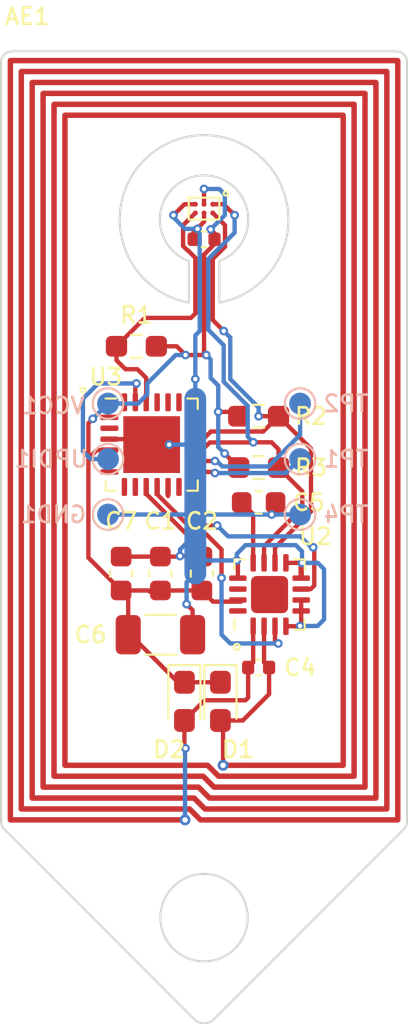
<source format=kicad_pcb>
(kicad_pcb (version 20211014) (generator pcbnew)
  (layers (0 "F.Cu" signal) (31 "B.Cu" signal) (34 "B.Paste" user) (35 "F.Paste" user) (36 "B.SilkS" user "B.Silkscreen") (37 "F.SilkS" user "F.Silkscreen") (38 "B.Mask" user) (39 "F.Mask" user) (44 "Edge.Cuts" user))
  (net 0 "")
  (net 1 "GND")
  (net 2 "ANT2")
  (net 3 "ANT1")
  (net 4 "SCL")
  (net 5 "SDA")
  (net 6 "RF430_RST")
  (net 7 "RF430_INT")
  (net 8 "unconnected-(U3-Pad11)")
  (net 12 "RST")
  (net 13 "RX")
  (net 15 "UPDI")
  (net 23 "TX")
  (net 24 "ALERT")
  (net 26 "Net-(C5-Pad1)")
  (net 27 "VCC")
  (footprint "Capacitor_SMD:C_0603_1608Metric" (layer "F.Cu") (at 132 52.15)
    (fp_text reference "C5" (at 2.3 0 unlocked) (layer "F.SilkS") (effects (font (size 0.75 0.75) (thickness 0.125))))
    (fp_text value "0.47 yF")
    (fp_line (start -0.14058 0.51) (end 0.14058 0.51) (layer "F.SilkS") (width 0.1))
    (fp_line (start -0.14058 -0.51) (end 0.14058 -0.51) (layer "F.SilkS") (width 0.1))
    (pad "1" smd roundrect (at -0.775 0) (size 0.9 0.95) (layers "F.Cu" "F.Paste" "F.Mask") (net 26 "Net-(C5-Pad1)"))
    (pad "2" smd roundrect (at 0.775 0) (size 0.9 0.95) (layers "F.Cu" "F.Paste" "F.Mask") (net 1 "GND"))
  )
  (footprint "Capacitor_SMD:C_1206_3216Metric" (layer "F.Cu") (at 127.5 58.2)
    (fp_text reference "C6" (at -3.2 0 unlocked) (layer "F.SilkS") (effects (font (size 0.75 0.75) (thickness 0.125))))
    (fp_text value "100uF")
    (fp_line (start -0.711252 -0.91) (end 0.711252 -0.91) (layer "F.SilkS") (width 0.1))
    (fp_line (start -0.711252 0.91) (end 0.711252 0.91) (layer "F.SilkS") (width 0.1))
    (pad "1" smd roundrect (at -1.475 0) (size 1.15 1.8) (layers "F.Cu" "F.Paste" "F.Mask") (roundrect_rratio 0.217391) (net 27 "VCC"))
    (pad "2" smd roundrect (at 1.475 0) (size 1.15 1.8) (layers "F.Cu" "F.Paste" "F.Mask") (roundrect_rratio 0.217391) (net 1 "GND"))
  )
  (footprint "Capacitor_SMD:C_0603_1608Metric" (layer "F.Cu") (at 127.5 55.4 90)
    (fp_text reference "C1" (at 2.4 0 unlocked) (layer "F.SilkS") (effects (font (size 0.75 0.75) (thickness 0.125))))
    (fp_text value "1 yF")
    (fp_line (start -0.14058 -0.51) (end 0.14058 -0.51) (layer "F.SilkS") (width 0.1))
    (fp_line (start -0.14058 0.51) (end 0.14058 0.51) (layer "F.SilkS") (width 0.1))
    (pad "1" smd roundrect (at -0.775 0 90) (size 0.9 0.95) (layers "F.Cu" "F.Paste" "F.Mask") (net 27 "VCC"))
    (pad "2" smd roundrect (at 0.775 0 90) (size 0.9 0.95) (layers "F.Cu" "F.Paste" "F.Mask") (net 1 "GND"))
  )
  (footprint "Capacitor_SMD:C_0603_1608Metric" (layer "F.Cu") (at 129.4 55.4 90)
    (fp_text reference "C2" (at 2.4 0 unlocked) (layer "F.SilkS") (effects (font (size 0.75 0.75) (thickness 0.125))))
    (fp_text value "0.1 yF")
    (fp_line (start -0.14058 -0.51) (end 0.14058 -0.51) (layer "F.SilkS") (width 0.1))
    (fp_line (start -0.14058 0.51) (end 0.14058 0.51) (layer "F.SilkS") (width 0.1))
    (pad "1" smd roundrect (at -0.775 0 90) (size 0.9 0.95) (layers "F.Cu" "F.Paste" "F.Mask") (net 27 "VCC"))
    (pad "2" smd roundrect (at 0.775 0 90) (size 0.9 0.95) (layers "F.Cu" "F.Paste" "F.Mask") (net 1 "GND"))
  )
  (footprint "unsurv_offline_pcb_footprints:35_18_1_9nH" (layer "F.Cu") (at 120.5 31.8)
    (fp_text reference "AE1" (at 0.9 -1.9) (layer "F.SilkS") (effects (font (size 0.75 0.75) (thickness 0.125))))
    (fp_text value "Antenna_Dipole")
    (pad "1" smd custom (at 8.12868 34.875) (size 0.25 0.25) (layers "F.Cu") (net 3 "ANT1") (options (clearance outline) (anchor circle)) (primitives (gr_line (start 0 0) (end -8.00368 0) (width 0.25)) (gr_line (start -8.00368 0) (end -8.00368 -34.75) (width 0.25)) (gr_line (start -8.00368 -34.75) (end 9.74632 -34.75) (width 0.25)) (gr_line (start 9.74632 -34.75) (end 9.74632 0) (width 0.25)) (gr_line (start 9.74632 0) (end 0.707107 0) (width 0.25)) (gr_line (start 0.707107 0) (end 0.207107 -0.5) (width 0.25)) (gr_line (start 0.207107 -0.5) (end -7.50368 -0.5) (width 0.25)) (gr_line (start -7.50368 -0.5) (end -7.50368 -34.25) (width 0.25)) (gr_line (start -7.50368 -34.25) (end 9.24632 -34.25) (width 0.25)) (gr_line (start 9.24632 -34.25) (end 9.24632 -0.5) (width 0.25)) (gr_line (start 9.24632 -0.5) (end 0.914214 -0.5) (width 0.25)) (gr_line (start 0.914214 -0.5) (end 0.414214 -1) (width 0.25)) (gr_line (start 0.414214 -1) (end -7.00368 -1) (width 0.25)) (gr_line (start -7.00368 -1) (end -7.00368 -33.75) (width 0.25)) (gr_line (start -7.00368 -33.75) (end 8.74632 -33.75) (width 0.25)) (gr_line (start 8.74632 -33.75) (end 8.74632 -1) (width 0.25)) (gr_line (start 8.74632 -1) (end 1.12132 -1) (width 0.25)) (gr_line (start 1.12132 -1) (end 0.62132 -1.5) (width 0.25)) (gr_line (start 0.62132 -1.5) (end -6.50368 -1.5) (width 0.25)) (gr_line (start -6.50368 -1.5) (end -6.50368 -33.25) (width 0.25)) (gr_line (start -6.50368 -33.25) (end 8.24632 -33.25) (width 0.25)) (gr_line (start 8.24632 -33.25) (end 8.24632 -1.5) (width 0.25)) (gr_line (start 8.24632 -1.5) (end 1.328427 -1.5) (width 0.25)) (gr_line (start 1.328427 -1.5) (end 0.828427 -2) (width 0.25)) (gr_line (start 0.828427 -2) (end -6.00368 -2) (width 0.25)) (gr_line (start -6.00368 -2) (end -6.00368 -32.75) (width 0.25)) (gr_line (start -6.00368 -32.75) (end 7.74632 -32.75) (width 0.25)) (gr_line (start 7.74632 -32.75) (end 7.74632 -2) (width 0.25)) (gr_line (start 7.74632 -2) (end 1.535534 -2) (width 0.25)) (gr_line (start 1.535534 -2) (end 1.035534 -2.5) (width 0.25)) (gr_line (start 1.035534 -2.5) (end -5.50368 -2.5) (width 0.25)) (gr_line (start -5.50368 -2.5) (end -5.50368 -32.25) (width 0.25)) (gr_line (start -5.50368 -32.25) (end 7.24632 -32.25) (width 0.25)) (gr_line (start 7.24632 -32.25) (end 7.24632 -2.5) (width 0.25))))
    (pad "1" thru_hole circle (at 8.12868 34.875) (size 0.5 0.5) (drill 0.25) (layers *.Cu *.Mask) (net 3 "ANT1"))
    (pad "2" smd custom (at 9.87132 32.375) (size 0.25 0.25) (layers "F.Cu") (net 2 "ANT2") (options (clearance outline) (anchor circle)) (primitives (gr_line (start 0 0) (end 5.50368 0) (width 0.25))))
    (pad "2" thru_hole circle (at 9.87132 32.375) (size 0.5 0.5) (drill 0.25) (layers *.Cu *.Mask) (net 2 "ANT2"))
  )
  (footprint "unsurv_offline_pcb_footprints:RF430_3x3mm_noBCu" (layer "F.Cu") (at 132.5 56.36179 90)
    (fp_text reference "U2" (at 2.66179 2.1 unlocked) (layer "F.SilkS") (effects (font (size 0.75 0.75) (thickness 0.125))))
    (fp_text value "RF430CL330HIRGTR‎")
    (fp_line (start 1.61 -1.61) (end 1.61 -1.135) (layer "F.SilkS") (width 0.1))
    (fp_line (start -1.61 1.61) (end -1.61 1.135) (layer "F.SilkS") (width 0.1))
    (fp_line (start -1.135 1.61) (end -1.61 1.61) (layer "F.SilkS") (width 0.1))
    (fp_line (start 1.61 1.61) (end 1.61 1.135) (layer "F.SilkS") (width 0.1))
    (fp_line (start -1.135 -1.61) (end -1.61 -1.61) (layer "F.SilkS") (width 0.1))
    (fp_line (start 1.135 -1.61) (end 1.61 -1.61) (layer "F.SilkS") (width 0.1))
    (fp_line (start 1.135 1.61) (end 1.61 1.61) (layer "F.SilkS") (width 0.1))
    (fp_circle (center -2.4 -1.5) (end -2.5 -1.4) (layer "F.SilkS") (width 0.1) (fill none))
    (pad "1" smd roundrect (at -1.45 -0.75 90) (size 0.8 0.25) (layers "F.Cu" "F.Paste" "F.Mask") (net 3 "ANT1"))
    (pad "2" smd roundrect (at -1.45 -0.25 90) (size 0.8 0.25) (layers "F.Cu" "F.Paste" "F.Mask") (net 2 "ANT2"))
    (pad "3" smd roundrect (at -1.45 0.25 90) (size 0.8 0.25) (layers "F.Cu" "F.Paste" "F.Mask") (net 6 "RF430_RST"))
    (pad "4" smd roundrect (at -1.45 0.75 90) (size 0.8 0.25) (layers "F.Cu" "F.Paste" "F.Mask") (net 1 "GND"))
    (pad "5" smd roundrect (at -0.75 1.45 90) (size 0.25 0.8) (layers "F.Cu" "F.Paste" "F.Mask") (net 1 "GND"))
    (pad "6" smd roundrect (at -0.25 1.45 90) (size 0.25 0.8) (layers "F.Cu" "F.Paste" "F.Mask") (net 1 "GND"))
    (pad "7" smd roundrect (at 0.25 1.45 90) (size 0.25 0.8) (layers "F.Cu" "F.Paste" "F.Mask") (net 7 "RF430_INT"))
    (pad "8" smd roundrect (at 0.75 1.45 90) (size 0.25 0.8) (layers "F.Cu" "F.Paste" "F.Mask") (net 1 "GND"))
    (pad "9" smd roundrect (at 1.45 0.75 90) (size 0.8 0.25) (layers "F.Cu" "F.Paste" "F.Mask") (net 1 "GND"))
    (pad "10" smd roundrect (at 1.45 0.25 90) (size 0.8 0.25) (layers "F.Cu" "F.Paste" "F.Mask") (net 4 "SCL"))
    (pad "11" smd roundrect (at 1.45 -0.25 90) (size 0.8 0.25) (layers "F.Cu" "F.Paste" "F.Mask") (net 5 "SDA"))
    (pad "12" smd roundrect (at 1.45 -0.75 90) (size 0.8 0.25) (layers "F.Cu" "F.Paste" "F.Mask") (net 26 "Net-(C5-Pad1)"))
    (pad "13" smd roundrect (at 0.75 -1.45 90) (size 0.25 0.8) (layers "F.Cu" "F.Paste" "F.Mask") (net 1 "GND"))
    (pad "14" smd roundrect (at 0.25 -1.45 90) (size 0.25 0.8) (layers "F.Cu" "F.Paste" "F.Mask"))
    (pad "15" smd roundrect (at -0.25 -1.45 90) (size 0.25 0.8) (layers "F.Cu" "F.Paste" "F.Mask") (net 27 "VCC"))
    (pad "16" smd roundrect (at -0.75 -1.45 90) (size 0.25 0.8) (layers "F.Cu" "F.Paste" "F.Mask"))
    (pad "17" smd roundrect (at 0 0 90) (size 1.7 1.7) (layers "F.Cu" "F.Mask") (roundrect_rratio 0.147059))
  )
  (footprint "unsurv_offline_pcb_footprints:TMP117" (layer "F.Cu") (at 129.5 38.7 -90)
    (fp_text reference "U1" hide)
    (fp_text value "TMP112AIDRLT")
    (fp_rect (start -0.5 -0.7) (end 0.5 0.7) (layer "F.SilkS") (width 0.1) (fill none))
    (fp_circle (center -0.7 -1) (end -0.7 -1.1) (layer "F.SilkS") (width 0.1) (fill none))
    (pad "1" smd circle (at 0.2 -0.4 270) (size 0.23 0.23) (layers "F.Cu" "F.Paste" "F.Mask") (net 4 "SCL"))
    (pad "2" smd circle (at 0.2 0 270) (size 0.23 0.23) (layers "F.Cu" "F.Paste" "F.Mask") (net 1 "GND"))
    (pad "3" smd circle (at 0.2 0.4 270) (size 0.23 0.23) (layers "F.Cu" "F.Paste" "F.Mask") (net 24 "ALERT"))
    (pad "4" smd circle (at -0.2 0.4 270) (size 0.23 0.23) (layers "F.Cu" "F.Paste" "F.Mask") (net 1 "GND"))
    (pad "5" smd circle (at -0.2 0 270) (size 0.23 0.23) (layers "F.Cu" "F.Paste" "F.Mask") (net 27 "VCC"))
    (pad "6" smd circle (at -0.2 -0.4 270) (size 0.23 0.23) (layers "F.Cu" "F.Paste" "F.Mask") (net 5 "SDA"))
  )
  (footprint "Diode_SMD:D_0603_1608Metric_Pad1.05x0.95mm_HandSolder" (layer "F.Cu") (at 130.25 61.25 -90)
    (fp_text reference "D1" (at 2.2 -0.8 unlocked) (layer "F.SilkS") (effects (font (size 0.75 0.75) (thickness 0.125))))
    (fp_text value "D_Schottky")
    (fp_line (start -1.66 0.735) (end 0.8 0.735) (layer "F.SilkS") (width 0.1))
    (fp_line (start 0.8 -0.735) (end -1.66 -0.735) (layer "F.SilkS") (width 0.1))
    (fp_line (start -1.66 -0.735) (end -1.66 0.735) (layer "F.SilkS") (width 0.1))
    (pad "1" smd roundrect (at -0.875 0 270) (size 1.05 0.95) (layers "F.Cu" "F.Paste" "F.Mask") (net 27 "VCC"))
    (pad "2" smd roundrect (at 0.875 0 270) (size 1.05 0.95) (layers "F.Cu" "F.Paste" "F.Mask") (net 2 "ANT2"))
  )
  (footprint "Resistor_SMD:R_0603_1608Metric_Pad0.98x0.95mm_HandSolder" (layer "F.Cu") (at 132 48.2)
    (fp_text reference "R2" (at 2.4 0 unlocked) (layer "F.SilkS") (effects (font (size 0.75 0.75) (thickness 0.125))))
    (fp_text value "4.7k")
    (fp_line (start -0.254724 0.5225) (end 0.254724 0.5225) (layer "F.SilkS") (width 0.1))
    (fp_line (start -0.254724 -0.5225) (end 0.254724 -0.5225) (layer "F.SilkS") (width 0.1))
    (pad "1" smd roundrect (at -0.9125 0) (size 0.975 0.95) (layers "F.Cu" "F.Paste" "F.Mask") (net 27 "VCC"))
    (pad "2" smd roundrect (at 0.9125 0) (size 0.975 0.95) (layers "F.Cu" "F.Paste" "F.Mask") (net 4 "SCL"))
  )
  (footprint "Capacitor_SMD:C_0402_1005Metric" (layer "F.Cu") (at 129.5 40.1 180)
    (fp_text reference "C3" hide)
    (fp_text value "0.1 yF")
    (fp_line (start -0.107836 -0.36) (end 0.107836 -0.36) (layer "F.SilkS") (width 0.1))
    (fp_line (start -0.107836 0.36) (end 0.107836 0.36) (layer "F.SilkS") (width 0.1))
    (pad "1" smd roundrect (at -0.48 0 180) (size 0.56 0.62) (layers "F.Cu" "F.Paste" "F.Mask") (net 27 "VCC"))
    (pad "2" smd roundrect (at 0.48 0 180) (size 0.56 0.62) (layers "F.Cu" "F.Paste" "F.Mask") (net 1 "GND"))
  )
  (footprint "Resistor_SMD:R_0603_1608Metric_Pad0.98x0.95mm_HandSolder" (layer "F.Cu") (at 126.4 45)
    (fp_text reference "R1" (at 0 -1.43 unlocked) (layer "F.SilkS") (effects (font (size 0.75 0.75) (thickness 0.125))))
    (fp_text value "4.7k")
    (fp_line (start -0.254724 -0.5225) (end 0.254724 -0.5225) (layer "F.SilkS") (width 0.1))
    (fp_line (start -0.254724 0.5225) (end 0.254724 0.5225) (layer "F.SilkS") (width 0.1))
    (pad "1" smd roundrect (at -0.9125 0) (size 0.975 0.95) (layers "F.Cu" "F.Paste" "F.Mask") (net 24 "ALERT"))
    (pad "2" smd roundrect (at 0.9125 0) (size 0.975 0.95) (layers "F.Cu" "F.Paste" "F.Mask") (net 27 "VCC"))
  )
  (footprint "Capacitor_SMD:C_0603_1608Metric" (layer "F.Cu") (at 125.7 55.4 90)
    (fp_text reference "C7" (at 2.4 0 unlocked) (layer "F.SilkS") (effects (font (size 0.75 0.75) (thickness 0.125))))
    (fp_text value "0.1 yF")
    (fp_line (start -0.14058 0.51) (end 0.14058 0.51) (layer "F.SilkS") (width 0.1))
    (fp_line (start -0.14058 -0.51) (end 0.14058 -0.51) (layer "F.SilkS") (width 0.1))
    (pad "1" smd roundrect (at -0.775 0 90) (size 0.9 0.95) (layers "F.Cu" "F.Paste" "F.Mask") (net 27 "VCC"))
    (pad "2" smd roundrect (at 0.775 0 90) (size 0.9 0.95) (layers "F.Cu" "F.Paste" "F.Mask") (net 1 "GND"))
  )
  (footprint "Capacitor_SMD:C_0402_1005Metric" (layer "F.Cu") (at 132 59.7 180)
    (fp_text reference "C4" (at -1.9 0 unlocked) (layer "F.SilkS") (effects (font (size 0.75 0.75) (thickness 0.125))))
    (fp_text value "36pF")
    (fp_line (start -0.107836 0.36) (end 0.107836 0.36) (layer "F.SilkS") (width 0.1))
    (fp_line (start -0.107836 -0.36) (end 0.107836 -0.36) (layer "F.SilkS") (width 0.1))
    (pad "1" smd roundrect (at -0.48 0 180) (size 0.56 0.62) (layers "F.Cu" "F.Paste" "F.Mask") (net 2 "ANT2"))
    (pad "2" smd roundrect (at 0.48 0 180) (size 0.56 0.62) (layers "F.Cu" "F.Paste" "F.Mask") (net 3 "ANT1"))
  )
  (footprint "Resistor_SMD:R_0603_1608Metric_Pad0.98x0.95mm_HandSolder" (layer "F.Cu") (at 132 50.55)
    (fp_text reference "R3" (at 2.4 0 unlocked) (layer "F.SilkS") (effects (font (size 0.75 0.75) (thickness 0.125))))
    (fp_text value "4.7k")
    (fp_line (start -0.254724 0.5225) (end 0.254724 0.5225) (layer "F.SilkS") (width 0.1))
    (fp_line (start -0.254724 -0.5225) (end 0.254724 -0.5225) (layer "F.SilkS") (width 0.1))
    (pad "1" smd roundrect (at -0.9125 0) (size 0.975 0.95) (layers "F.Cu" "F.Paste" "F.Mask") (net 27 "VCC"))
    (pad "2" smd roundrect (at 0.9125 0) (size 0.975 0.95) (layers "F.Cu" "F.Paste" "F.Mask") (net 5 "SDA"))
  )
  (footprint "Package_DFN_QFN:QFN-24-1EP_4x4mm_P0.5mm_EP2.6x2.6mm" (layer "F.Cu") (at 127.1 49.5)
    (fp_text reference "U3" (at -2.1 -3.1 unlocked) (layer "F.SilkS") (effects (font (size 0.75 0.75) (thickness 0.125))))
    (fp_text value "ATtiny3227-M")
    (fp_line (start -1.635 2.11) (end -2.11 2.11) (layer "F.SilkS") (width 0.1))
    (fp_line (start 2.11 -2.11) (end 2.11 -1.635) (layer "F.SilkS") (width 0.1))
    (fp_line (start 2.11 2.11) (end 2.11 1.635) (layer "F.SilkS") (width 0.1))
    (fp_line (start -2.11 2.11) (end -2.11 1.635) (layer "F.SilkS") (width 0.1))
    (fp_line (start 1.635 -2.11) (end 2.11 -2.11) (layer "F.SilkS") (width 0.1))
    (fp_line (start -1.635 -2.11) (end -2.11 -2.11) (layer "F.SilkS") (width 0.1))
    (fp_line (start 1.635 2.11) (end 2.11 2.11) (layer "F.SilkS") (width 0.1))
    (pad "1" smd roundrect (at -1.9375 -1.25) (size 0.825 0.25) (layers "F.Cu" "F.Paste" "F.Mask"))
    (pad "2" smd roundrect (at -1.9375 -0.75) (size 0.825 0.25) (layers "F.Cu" "F.Paste" "F.Mask"))
    (pad "3" smd roundrect (at -1.9375 -0.25) (size 0.825 0.25) (layers "F.Cu" "F.Paste" "F.Mask") (net 1 "GND"))
    (pad "4" smd roundrect (at -1.9375 0.25) (size 0.825 0.25) (layers "F.Cu" "F.Paste" "F.Mask") (net 27 "VCC"))
    (pad "5" smd roundrect (at -1.9375 0.75) (size 0.825 0.25) (layers "F.Cu" "F.Paste" "F.Mask"))
    (pad "6" smd roundrect (at -1.9375 1.25) (size 0.825 0.25) (layers "F.Cu" "F.Paste" "F.Mask"))
    (pad "7" smd roundrect (at -1.25 1.9375) (size 0.25 0.825) (layers "F.Cu" "F.Paste" "F.Mask"))
    (pad "8" smd roundrect (at -0.75 1.9375) (size 0.25 0.825) (layers "F.Cu" "F.Paste" "F.Mask"))
    (pad "9" smd roundrect (at -0.25 1.9375) (size 0.25 0.825) (layers "F.Cu" "F.Paste" "F.Mask") (net 6 "RF430_RST"))
    (pad "10" smd roundrect (at 0.25 1.9375) (size 0.25 0.825) (layers "F.Cu" "F.Paste" "F.Mask") (net 7 "RF430_INT"))
    (pad "11" smd roundrect (at 0.75 1.9375) (size 0.25 0.825) (layers "F.Cu" "F.Paste" "F.Mask") (net 8 "unconnected-(U3-Pad11)"))
    (pad "12" smd roundrect (at 1.25 1.9375) (size 0.25 0.825) (layers "F.Cu" "F.Paste" "F.Mask") (net 12 "RST"))
    (pad "13" smd roundrect (at 1.9375 1.25) (size 0.825 0.25) (layers "F.Cu" "F.Paste" "F.Mask") (net 13 "RX"))
    (pad "14" smd roundrect (at 1.9375 0.75) (size 0.825 0.25) (layers "F.Cu" "F.Paste" "F.Mask") (net 23 "TX"))
    (pad "15" smd roundrect (at 1.9375 0.25) (size 0.825 0.25) (layers "F.Cu" "F.Paste" "F.Mask") (net 5 "SDA"))
    (pad "16" smd roundrect (at 1.9375 -0.25) (size 0.825 0.25) (layers "F.Cu" "F.Paste" "F.Mask") (net 4 "SCL"))
    (pad "17" smd roundrect (at 1.9375 -0.75) (size 0.825 0.25) (layers "F.Cu" "F.Paste" "F.Mask"))
    (pad "18" smd roundrect (at 1.9375 -1.25) (size 0.825 0.25) (layers "F.Cu" "F.Paste" "F.Mask"))
    (pad "19" smd roundrect (at 1.25 -1.9375) (size 0.25 0.825) (layers "F.Cu" "F.Paste" "F.Mask"))
    (pad "20" smd roundrect (at 0.75 -1.9375) (size 0.25 0.825) (layers "F.Cu" "F.Paste" "F.Mask"))
    (pad "21" smd roundrect (at 0.25 -1.9375) (size 0.25 0.825) (layers "F.Cu" "F.Paste" "F.Mask"))
    (pad "22" smd roundrect (at -0.25 -1.9375) (size 0.25 0.825) (layers "F.Cu" "F.Paste" "F.Mask") (net 24 "ALERT"))
    (pad "23" smd roundrect (at -0.75 -1.9375) (size 0.25 0.825) (layers "F.Cu" "F.Paste" "F.Mask") (net 15 "UPDI"))
    (pad "24" smd roundrect (at -1.25 -1.9375) (size 0.25 0.825) (layers "F.Cu" "F.Paste" "F.Mask"))
    (pad "25" smd rect (at 0 0) (size 2.6 2.6) (layers "F.Cu" "F.Mask") (net 1 "GND"))
  )
  (footprint "Diode_SMD:D_0603_1608Metric_Pad1.05x0.95mm_HandSolder" (layer "F.Cu") (at 128.6 61.25 -90)
    (fp_text reference "D2" (at 2.2 0.7 unlocked) (layer "F.SilkS") (effects (font (size 0.75 0.75) (thickness 0.125))))
    (fp_text value "D_Schottky")
    (fp_line (start -1.66 0.735) (end 0.8 0.735) (layer "F.SilkS") (width 0.1))
    (fp_line (start 0.8 -0.735) (end -1.66 -0.735) (layer "F.SilkS") (width 0.1))
    (fp_line (start -1.66 -0.735) (end -1.66 0.735) (layer "F.SilkS") (width 0.1))
    (pad "1" smd roundrect (at -0.875 0 270) (size 1.05 0.95) (layers "F.Cu" "F.Paste" "F.Mask") (net 27 "VCC"))
    (pad "2" smd roundrect (at 0.875 0 270) (size 1.05 0.95) (layers "F.Cu" "F.Paste" "F.Mask") (net 3 "ANT1"))
  )
  (footprint "TestPoint:TestPoint_Pad_D1.0mm" (layer "B.Cu") (at 125.1 47.62 90)
    (fp_text reference "VCC1" (at -0.1 -2.5 unlocked) (layer "B.SilkS") (effects (font (size 0.75 0.75) (thickness 0.125)) (justify mirror)))
    (fp_text value "TestPoint")
    (fp_circle (center 0 0) (end 0 -0.7) (layer "B.SilkS") (width 0.1) (fill none))
    (pad "1" smd circle (at 0 0 90) (size 1 1) (layers "B.Cu" "B.Mask") (net 27 "VCC"))
  )
  (footprint "TestPoint:TestPoint_Pad_D1.0mm" (layer "B.Cu") (at 125.1 50.16 90)
    (fp_text reference "UPDI1" (at 0 -2.6 unlocked) (layer "B.SilkS") (effects (font (size 0.75 0.75) (thickness 0.125)) (justify mirror)))
    (fp_text value "TestPoint")
    (fp_circle (center 0 0) (end 0 -0.7) (layer "B.SilkS") (width 0.1) (fill none))
    (pad "1" smd circle (at 0 0 90) (size 1 1) (layers "B.Cu" "B.Mask") (net 15 "UPDI"))
  )
  (footprint "TestPoint:TestPoint_Pad_D1.0mm" (layer "B.Cu") (at 133.9 52.7 180)
    (fp_text reference "TP4" (at -2.1 0 unlocked) (layer "B.SilkS") (effects (font (size 0.75 0.75) (thickness 0.125)) (justify mirror)))
    (fp_text value "TestPoint")
    (fp_circle (center 0 0) (end 0 -0.7) (layer "B.SilkS") (width 0.1) (fill none))
    (pad "1" smd circle (at 0 0 180) (size 1 1) (layers "B.Cu" "B.Mask") (net 1 "GND"))
  )
  (footprint "TestPoint:TestPoint_Pad_D1.0mm" (layer "B.Cu") (at 125.1 52.7 90)
    (fp_text reference "GND1" (at 0 -2.5 unlocked) (layer "B.SilkS") (effects (font (size 0.75 0.75) (thickness 0.125)) (justify mirror)))
    (fp_text value "TestPoint")
    (fp_circle (center 0 0) (end 0 -0.7) (layer "B.SilkS") (width 0.1) (fill none))
    (pad "1" smd circle (at 0 0 90) (size 1 1) (layers "B.Cu" "B.Mask") (net 1 "GND"))
  )
  (footprint "TestPoint:TestPoint_Pad_D1.0mm" (layer "B.Cu") (at 133.9 50.16 180)
    (fp_text reference "TP1" (at -2.1 0 unlocked) (layer "B.SilkS") (effects (font (size 0.75 0.75) (thickness 0.125)) (justify mirror)))
    (fp_text value "TestPoint")
    (fp_circle (center 0 0) (end 0 -0.7) (layer "B.SilkS") (width 0.1) (fill none))
    (pad "1" smd circle (at 0 0 180) (size 1 1) (layers "B.Cu" "B.Mask") (net 13 "RX"))
  )
  (footprint "TestPoint:TestPoint_Pad_D1.0mm" (layer "B.Cu") (at 133.9 47.62 180)
    (fp_text reference "TP2" (at -2.1 0 unlocked) (layer "B.SilkS") (effects (font (size 0.75 0.75) (thickness 0.125)) (justify mirror)))
    (fp_text value "TestPoint")
    (fp_circle (center 0 0) (end 0 -0.7) (layer "B.SilkS") (width 0.1) (fill none))
    (pad "1" smd circle (at 0 0 180) (size 1 1) (layers "B.Cu" "B.Mask") (net 23 "TX"))
  )
  (gr_circle (center 123.95 47) (end 123.9 47.1) (layer "F.SilkS") (width 0.1) (fill none))
  (gr_arc (start 129.95 75.8) (mid 129.5 75.986396) (end 129.05 75.8) (layer "Edge.Cuts") (width 0.1))
  (gr_arc (start 128.8 41.099999) (mid 129.5 37.175155) (end 130.2 41.099999) (layer "Edge.Cuts") (width 0.1))
  (gr_arc (start 128.8 42.999999) (mid 129.5 35.336033) (end 130.2 42.999999) (layer "Edge.Cuts") (width 0.1))
  (gr_line (start 120.699999 31.499999) (end 138.299999 31.499999) (layer "Edge.Cuts") (width 0.1))
  (gr_circle (center 129.5 71.15) (end 131.5 71.15) (layer "Edge.Cuts") (width 0.1) (fill none))
  (gr_arc (start 120.199999 31.999999) (mid 120.346446 31.646446) (end 120.699999 31.499999) (layer "Edge.Cuts") (width 0.1))
  (gr_line (start 128.8 42.999999) (end 128.8 41.099998) (layer "Edge.Cuts") (width 0.1))
  (gr_arc (start 120.34643 67.100003) (mid 120.238047 66.93779) (end 120.199999 66.746447) (layer "Edge.Cuts") (width 0.1))
  (gr_line (start 138.799999 31.999999) (end 138.799999 66.746447) (layer "Edge.Cuts") (width 0.1))
  (gr_arc (start 138.299999 31.499999) (mid 138.653553 31.646445) (end 138.799999 31.999999) (layer "Edge.Cuts") (width 0.1))
  (gr_line (start 120.199999 66.746447) (end 120.199999 31.999999) (layer "Edge.Cuts") (width 0.1))
  (gr_line (start 130.2 41.099999) (end 130.2 42.999999) (layer "Edge.Cuts") (width 0.1))
  (gr_line (start 138.653536 67.09997) (end 129.95 75.8) (layer "Edge.Cuts") (width 0.1))
  (gr_arc (start 138.799999 66.746447) (mid 138.761923 66.937773) (end 138.653536 67.09997) (layer "Edge.Cuts") (width 0.1))
  (gr_line (start 129.05 75.8) (end 120.34643 67.100003) (layer "Edge.Cuts") (width 0.1))
  (segment (start 133.98821 54.91179) (end 133.25 54.91179) (width 0.2) (layer "F.Cu") (net 1))
  (segment (start 129.5 39.3) (end 129.5 38.9) (width 0.2) (layer "F.Cu") (net 1))
  (segment (start 129.02 39.78) (end 129.02 40.1) (width 0.2) (layer "F.Cu") (net 1))
  (segment (start 133.95 54.95) (end 133.95 55.61179) (width 0.25) (layer "F.Cu") (net 1))
  (segment (start 132.775 52.15) (end 132.6 52.325) (width 0.2) (layer "F.Cu") (net 1))
  (segment (start 128.375 54.625) (end 127.5 54.625) (width 0.2) (layer "F.Cu") (net 1))
  (segment (start 125.7 54.625) (end 127.5 54.625) (width 0.2) (layer "F.Cu") (net 1))
  (segment (start 128.1 39) (end 128.6 38.5) (width 0.2) (layer "F.Cu") (net 1))
  (segment (start 133.95 56.61179) (end 133.95 57.11179) (width 0.2) (layer "F.Cu") (net 1))
  (segment (start 131.05 54.85) (end 131 54.8) (width 0.2) (layer "F.Cu") (net 1))
  (segment (start 128.4 54.6) (end 128.375 54.625) (width 0.2) (layer "F.Cu") (net 1))
  (segment (start 129.375 54.6) (end 129.4 54.625) (width 0.2) (layer "F.Cu") (net 1))
  (segment (start 133.95 57.11179) (end 133.95 57.75) (width 0.2) (layer "F.Cu") (net 1))
  (segment (start 128.975 57.075) (end 128.7 56.8) (width 0.2) (layer "F.Cu") (net 1))
  (segment (start 131.05 55.61179) (end 131.05 54.85) (width 0.2) (layer "F.Cu") (net 1))
  (segment (start 133.88821 57.81179) (end 133.9 57.8) (width 0.2) (layer "F.Cu") (net 1))
  (segment (start 128.6 38.5) (end 129.1 38.5) (width 0.2) (layer "F.Cu") (net 1))
  (segment (start 133.95 57.75) (end 133.9 57.8) (width 0.2) (layer "F.Cu") (net 1))
  (segment (start 132.6 52.325) (end 132.6 52.7) (width 0.2) (layer "F.Cu") (net 1))
  (segment (start 128.975 58.2) (end 128.975 57.075) (width 0.2) (layer "F.Cu") (net 1))
  (segment (start 129.175 39.625) (end 129.5 39.3) (width 0.2) (layer "F.Cu") (net 1))
  (segment (start 127.1 49.5) (end 127.9 49.5) (width 0.2) (layer "F.Cu") (net 1))
  (segment (start 125.1625 49.25) (end 126.85 49.25) (width 0.2) (layer "F.Cu") (net 1))
  (segment (start 129.175 39.625) (end 129.02 39.78) (width 0.2) (layer "F.Cu") (net 1))
  (segment (start 133.98821 54.91179) (end 133.95 54.95) (width 0.25) (layer "F.Cu") (net 1))
  (segment (start 133.25 57.81179) (end 133.88821 57.81179) (width 0.2) (layer "F.Cu") (net 1))
  (segment (start 128.4 54.6) (end 129.375 54.6) (width 0.2) (layer "F.Cu") (net 1))
  (via (at 128.4 54.6) (size 0.4) (drill 0.2) (layers "F.Cu" "B.Cu") (net 1))
  (via (at 132.6 52.7) (size 0.4) (drill 0.2) (layers "F.Cu" "B.Cu") (net 1))
  (via (at 131 54.8) (size 0.4) (drill 0.2) (layers "F.Cu" "B.Cu") (net 1))
  (via (at 128.7 56.8) (size 0.4) (drill 0.2) (layers "F.Cu" "B.Cu") (net 1))
  (via (at 129.2 39.625) (size 0.4) (drill 0.2) (layers "F.Cu" "B.Cu") (net 1))
  (via (at 129.1 46.5) (size 0.4) (drill 0.2) (layers "F.Cu" "B.Cu") (net 1))
  (via (at 127.9 49.5) (size 0.4) (drill 0.2) (layers "F.Cu" "B.Cu") (net 1))
  (via (at 133.9 57.8) (size 0.4) (drill 0.2) (layers "F.Cu" "B.Cu") (net 1))
  (via (at 133.98821 54.91179) (size 0.4) (drill 0.2) (layers "F.Cu" "B.Cu") (net 1))
  (via (at 128.1 39) (size 0.4) (drill 0.2) (layers "F.Cu" "B.Cu") (net 1))
  (segment (start 134.71179 54.91179) (end 135 55.2) (width 0.2) (layer "B.Cu") (net 1))
  (segment (start 128.4 54.6) (end 128.4 54.3) (width 0.2) (layer "B.Cu") (net 1))
  (segment (start 133.98821 54.91179) (end 133.98821 54.38821) (width 0.2) (layer "B.Cu") (net 1))
  (segment (start 128.4 54.3) (end 129.1 53.6) (width 0.2) (layer "B.Cu") (net 1))
  (segment (start 132.6 52.7) (end 129.1 52.7) (width 0.2) (layer "B.Cu") (net 1))
  (segment (start 134.7 57.8) (end 133.9 57.8) (width 0.2) (layer "B.Cu") (net 1))
  (segment (start 129.175 39.625) (end 129.3 39.75) (width 0.2) (layer "B.Cu") (net 1))
  (segment (start 135 57.5) (end 134.7 57.8) (width 0.2) (layer "B.Cu") (net 1))
  (segment (start 129.1 54.5) (end 129.1 53.6) (width 1) (layer "B.Cu") (net 1))
  (segment (start 127.9 49.5) (end 128.7 49.5) (width 0.2) (layer "B.Cu") (net 1))
  (segment (start 128.625 39.625) (end 128.1 39.1) (width 0.2) (layer "B.Cu") (net 1))
  (segment (start 129.1 44.5) (end 129.1 46.5) (width 0.2) (layer "B.Cu") (net 1))
  (segment (start 129.1 46.5) (end 129.1 47.4) (width 0.2) (layer "B.Cu") (net 1))
  (segment (start 129.3 39.75) (end 129.3 44.3) (width 0.2) (layer "B.Cu") (net 1))
  (segment (start 128.7 55.8) (end 129.1 55.4) (width 0.2) (layer "B.Cu") (net 1))
  (segment (start 131.4 54.1) (end 131 54.5) (width 0.2) (layer "B.Cu") (net 1))
  (segment (start 129.1 49.9) (end 129.1 47.4) (width 1) (layer "B.Cu") (net 1))
  (segment (start 128.7 49.5) (end 129.1 49.9) (width 0.2) (layer "B.Cu") (net 1))
  (segment (start 128.1 39.1) (end 128.1 39) (width 0.2) (layer "B.Cu") (net 1))
  (segment (start 129.1 53.6) (end 129.1 52.7) (width 1) (layer "B.Cu") (net 1))
  (segment (start 129.1 52.7) (end 129.1 49.9) (width 1) (layer "B.Cu") (net 1))
  (segment (start 129.1 55.4) (end 129.1 54.5) (width 1) (layer "B.Cu") (net 1))
  (segment (start 135 55.2) (end 135 57.5) (width 0.2) (layer "B.Cu") (net 1))
  (segment (start 131 54.8) (end 129.4 54.8) (width 0.2) (layer "B.Cu") (net 1))
  (segment (start 125.1 52.7) (end 129.1 52.7) (width 0.2) (layer "B.Cu") (net 1))
  (segment (start 129.3 44.3) (end 129.1 44.5) (width 0.2) (layer "B.Cu") (net 1))
  (segment (start 133.9 52.7) (end 132.6 52.7) (width 0.2) (layer "B.Cu") (net 1))
  (segment (start 133.7 54.1) (end 131.4 54.1) (width 0.2) (layer "B.Cu") (net 1))
  (segment (start 133.98821 54.91179) (end 134.71179 54.91179) (width 0.2) (layer "B.Cu") (net 1))
  (segment (start 129.175 39.625) (end 128.625 39.625) (width 0.2) (layer "B.Cu") (net 1))
  (segment (start 129.4 54.8) (end 129.1 54.5) (width 0.2) (layer "B.Cu") (net 1))
  (segment (start 128.7 56.8) (end 128.7 55.8) (width 0.2) (layer "B.Cu") (net 1))
  (segment (start 131 54.5) (end 131 54.8) (width 0.2) (layer "B.Cu") (net 1))
  (segment (start 133.98821 54.38821) (end 133.7 54.1) (width 0.2) (layer "B.Cu") (net 1))
  (segment (start 130.25 62.125) (end 130.37132 62.24632) (width 0.2) (layer "F.Cu") (net 2))
  (segment (start 130.25 62.125) (end 131.275 62.125) (width 0.2) (layer "F.Cu") (net 2))
  (segment (start 131.275 62.125) (end 132.48 60.92) (width 0.2) (layer "F.Cu") (net 2))
  (segment (start 130.37132 62.24632) (end 130.37132 64.175) (width 0.2) (layer "F.Cu") (net 2))
  (segment (start 132.25 59.47) (end 132.48 59.7) (width 0.2) (layer "F.Cu") (net 2))
  (segment (start 132.25 57.81179) (end 132.25 59.47) (width 0.2) (layer "F.Cu") (net 2))
  (segment (start 132.48 60.92) (end 132.48 59.7) (width 0.2) (layer "F.Cu") (net 2))
  (segment (start 131.4 61.2) (end 129.525 61.2) (width 0.2) (layer "F.Cu") (net 3))
  (segment (start 129.525 61.2) (end 128.6 62.125) (width 0.2) (layer "F.Cu") (net 3))
  (segment (start 128.6 63.35) (end 128.65 63.4) (width 0.2) (layer "F.Cu") (net 3))
  (segment (start 131.75 59.47) (end 131.52 59.7) (width 0.2) (layer "F.Cu") (net 3))
  (segment (start 128.6 62.275) (end 128.6 62.125) (width 0.2) (layer "F.Cu") (net 3))
  (segment (start 128.622614 62.297614) (end 128.6 62.275) (width 0.2) (layer "F.Cu") (net 3))
  (segment (start 128.6 62.125) (end 128.6 63.35) (width 0.2) (layer "F.Cu") (net 3))
  (segment (start 131.75 57.81179) (end 131.75 59.47) (width 0.2) (layer "F.Cu") (net 3))
  (segment (start 131.52 59.7) (end 131.52 61.08) (width 0.2) (layer "F.Cu") (net 3))
  (segment (start 131.52 61.08) (end 131.4 61.2) (width 0.2) (layer "F.Cu") (net 3))
  (via (at 128.65 63.4) (size 0.4) (drill 0.2) (layers "F.Cu" "B.Cu") (net 3))
  (segment (start 128.65 63.4) (end 128.62868 63.42132) (width 0.2) (layer "B.Cu") (net 3))
  (segment (start 128.62868 63.42132) (end 128.62868 66.675) (width 0.2) (layer "B.Cu") (net 3))
  (segment (start 134.4 52.565686) (end 134.4 49.6875) (width 0.2) (layer "F.Cu") (net 4))
  (segment (start 129.9 38.9) (end 130.46 39.46) (width 0.2) (layer "F.Cu") (net 4))
  (segment (start 129.9 43.8) (end 130.4 44.3) (width 0.2) (layer "F.Cu") (net 4))
  (segment (start 134.4 49.6875) (end 132.9125 48.2) (width 0.2) (layer "F.Cu") (net 4))
  (segment (start 132.2125 48.9) (end 132.9125 48.2) (width 0.2) (layer "F.Cu") (net 4))
  (segment (start 130.46 39.46) (end 130.46 40.44) (width 0.2) (layer "F.Cu") (net 4))
  (segment (start 129.462652 49.25) (end 129.812652 48.9) (width 0.2) (layer "F.Cu") (net 4))
  (segment (start 129.812652 48.9) (end 132.2125 48.9) (width 0.2) (layer "F.Cu") (net 4))
  (segment (start 129.9 41) (end 129.9 43.8) (width 0.2) (layer "F.Cu") (net 4))
  (segment (start 130.46 40.44) (end 129.9 41) (width 0.2) (layer "F.Cu") (net 4))
  (segment (start 132 48.2) (end 132.9125 48.2) (width 0.2) (layer "F.Cu") (net 4))
  (segment (start 129.0375 49.25) (end 129.462652 49.25) (width 0.2) (layer "F.Cu") (net 4))
  (segment (start 132.75 54.91179) (end 132.75 54.215686) (width 0.2) (layer "F.Cu") (net 4))
  (segment (start 132.75 54.215686) (end 134.4 52.565686) (width 0.2) (layer "F.Cu") (net 4))
  (via (at 132 48.2) (size 0.4) (drill 0.2) (layers "F.Cu" "B.Cu") (net 4))
  (via (at 130.4 44.3) (size 0.4) (drill 0.2) (layers "F.Cu" "B.Cu") (net 4))
  (segment (start 130.7 44.6) (end 130.4 44.3) (width 0.2) (layer "B.Cu") (net 4))
  (segment (start 132 47.8) (end 130.7 46.5) (width 0.2) (layer "B.Cu") (net 4))
  (segment (start 130.7 46.5) (end 130.7 44.6) (width 0.2) (layer "B.Cu") (net 4))
  (segment (start 132 48.2) (end 132 47.8) (width 0.2) (layer "B.Cu") (net 4))
  (segment (start 134 52.4) (end 134 51.6375) (width 0.2) (layer "F.Cu") (net 5))
  (segment (start 132.59375 49.39375) (end 132.9125 49.7125) (width 0.2) (layer "F.Cu") (net 5))
  (segment (start 132.25 54.91179) (end 132.25 54.15) (width 0.2) (layer "F.Cu") (net 5))
  (segment (start 131.75 49.4) (end 131.75625 49.39375) (width 0.2) (layer "F.Cu") (net 5))
  (segment (start 129.763603 49.4) (end 131.75 49.4) (width 0.2) (layer "F.Cu") (net 5))
  (segment (start 130.4 38.5) (end 129.9 38.5) (width 0.2) (layer "F.Cu") (net 5))
  (segment (start 132.9125 49.7125) (end 132.9125 50.55) (width 0.2) (layer "F.Cu") (net 5))
  (segment (start 129.413603 49.75) (end 129.763603 49.4) (width 0.2) (layer "F.Cu") (net 5))
  (segment (start 129.0375 49.75) (end 129.413603 49.75) (width 0.2) (layer "F.Cu") (net 5))
  (segment (start 131.75625 49.39375) (end 132.59375 49.39375) (width 0.2) (layer "F.Cu") (net 5))
  (segment (start 134 51.6375) (end 132.9125 50.55) (width 0.2) (layer "F.Cu") (net 5))
  (segment (start 132.25 54.15) (end 134 52.4) (width 0.2) (layer "F.Cu") (net 5))
  (segment (start 130.9 39) (end 130.4 38.5) (width 0.2) (layer "F.Cu") (net 5))
  (via (at 130.9 39) (size 0.4) (drill 0.2) (layers "F.Cu" "B.Cu") (net 5))
  (via (at 131.75625 49.39375) (size 0.4) (drill 0.2) (layers "F.Cu" "B.Cu") (net 5))
  (segment (start 131.5 47.724264) (end 130.4 46.624264) (width 0.2) (layer "B.Cu") (net 5))
  (segment (start 131.5 49.1375) (end 131.5 47.724264) (width 0.2) (layer "B.Cu") (net 5))
  (segment (start 130.9 39.8) (end 130.9 39) (width 0.2) (layer "B.Cu") (net 5))
  (segment (start 130.4 44.95) (end 129.7 44.25) (width 0.2) (layer "B.Cu") (net 5))
  (segment (start 129.7 41) (end 130.9 39.8) (width 0.2) (layer "B.Cu") (net 5))
  (segment (start 130.4 46.624264) (end 130.4 44.95) (width 0.2) (layer "B.Cu") (net 5))
  (segment (start 129.7 44.25) (end 129.7 41) (width 0.2) (layer "B.Cu") (net 5))
  (segment (start 131.75625 49.39375) (end 131.5 49.1375) (width 0.2) (layer "B.Cu") (net 5))
  (segment (start 129.6 53.6) (end 128.7 53.6) (width 0.2) (layer "F.Cu") (net 6))
  (segment (start 126.85 51.75) (end 126.85 51.4375) (width 0.2) (layer "F.Cu") (net 6))
  (segment (start 132.75 58.45) (end 132.9 58.6) (width 0.2) (layer "F.Cu") (net 6))
  (segment (start 130.3 55.6) (end 130.3 54.3) (width 0.2) (layer "F.Cu") (net 6))
  (segment (start 128.7 53.6) (end 126.85 51.75) (width 0.2) (layer "F.Cu") (net 6))
  (segment (start 132.75 57.81179) (end 132.75 58.45) (width 0.2) (layer "F.Cu") (net 6))
  (segment (start 130.3 54.3) (end 129.6 53.6) (width 0.2) (layer "F.Cu") (net 6))
  (via (at 132.9 58.6) (size 0.4) (drill 0.2) (layers "F.Cu" "B.Cu") (net 6))
  (via (at 130.3 55.6) (size 0.4) (drill 0.2) (layers "F.Cu" "B.Cu") (net 6))
  (segment (start 130.3 58.2) (end 130.7 58.6) (width 0.2) (layer "B.Cu") (net 6))
  (segment (start 130.7 58.6) (end 132.9 58.6) (width 0.2) (layer "B.Cu") (net 6))
  (segment (start 130.3 55.6) (end 130.3 58.2) (width 0.2) (layer "B.Cu") (net 6))
  (segment (start 134.55 55.95) (end 134.38821 56.11179) (width 0.2) (layer "F.Cu") (net 7))
  (segment (start 134.5 54.2) (end 134.55 54.25) (width 0.2) (layer "F.Cu") (net 7))
  (segment (start 128.775736 53.2) (end 127.35 51.774264) (width 0.2) (layer "F.Cu") (net 7))
  (segment (start 134.38821 56.11179) (end 133.95 56.11179) (width 0.2) (layer "F.Cu") (net 7))
  (segment (start 134.55 54.25) (end 134.55 55.95) (width 0.2) (layer "F.Cu") (net 7))
  (segment (start 130.1 53.2) (end 128.775736 53.2) (width 0.2) (layer "F.Cu") (net 7))
  (segment (start 127.35 51.774264) (end 127.35 51.4375) (width 0.2) (layer "F.Cu") (net 7))
  (via (at 130.1 53.2) (size 0.4) (drill 0.2) (layers "F.Cu" "B.Cu") (net 7))
  (via (at 134.5 54.2) (size 0.4) (drill 0.2) (layers "F.Cu" "B.Cu") (net 7))
  (segment (start 130.6 53.7) (end 133.91005 53.7) (width 0.2) (layer "B.Cu") (net 7))
  (segment (start 134.41005 54.2) (end 134.5 54.2) (width 0.2) (layer "B.Cu") (net 7))
  (segment (start 133.91005 53.7) (end 134.41005 54.2) (width 0.2) (layer "B.Cu") (net 7))
  (segment (start 130.1 53.2) (end 130.6 53.7) (width 0.2) (layer "B.Cu") (net 7))
  (segment (start 127.85 51.4375) (end 127.85 51.85) (width 0.2) (layer "F.Cu") (net 8))
  (segment (start 128.35 51.45) (end 128.35 51.4375) (width 0.2) (layer "F.Cu") (net 12))
  (segment (start 129.95 50.75) (end 129.0375 50.75) (width 0.2) (layer "F.Cu") (net 13))
  (segment (start 130 50.8) (end 129.95 50.75) (width 0.2) (layer "F.Cu") (net 13))
  (via (at 130 50.8) (size 0.4) (drill 0.2) (layers "F.Cu" "B.Cu") (net 13))
  (segment (start 130 50.8) (end 133.24 50.8) (width 0.2) (layer "B.Cu") (net 13))
  (segment (start 133.24 50.8) (end 133.9 50.14) (width 0.2) (layer "B.Cu") (net 13))
  (segment (start 126.35 46.75) (end 126.4 46.7) (width 0.2) (layer "F.Cu") (net 15))
  (segment (start 126.35 47.5625) (end 126.35 46.75) (width 0.2) (layer "F.Cu") (net 15))
  (via (at 126.4 46.7) (size 0.4) (drill 0.2) (layers "F.Cu" "B.Cu") (net 15))
  (segment (start 123.95 47.4) (end 123.95 49.8) (width 0.2) (layer "B.Cu") (net 15))
  (segment (start 123.95 49.8) (end 124.31 50.16) (width 0.2) (layer "B.Cu") (net 15))
  (segment (start 124.31 50.16) (end 125.1 50.16) (width 0.2) (layer "B.Cu") (net 15))
  (segment (start 126.4 46.7) (end 124.65 46.7) (width 0.2) (layer "B.Cu") (net 15))
  (segment (start 124.65 46.7) (end 123.95 47.4) (width 0.2) (layer "B.Cu") (net 15))
  (segment (start 130 50.25) (end 129.0375 50.25) (width 0.2) (layer "F.Cu") (net 23))
  (via (at 130 50.25) (size 0.4) (drill 0.2) (layers "F.Cu" "B.Cu") (net 23))
  (segment (start 130.086397 50.25) (end 130.336397 50.5) (width 0.2) (layer "B.Cu") (net 23))
  (segment (start 130 50.25) (end 130.086397 50.25) (width 0.2) (layer "B.Cu") (net 23))
  (segment (start 132.45 50.5) (end 133.9 49.05) (width 0.2) (layer "B.Cu") (net 23))
  (segment (start 130.336397 50.5) (end 132.45 50.5) (width 0.2) (layer "B.Cu") (net 23))
  (segment (start 133.9 49.05) (end 133.9 47.62) (width 0.2) (layer "B.Cu") (net 23))
  (segment (start 126.85 46.45) (end 126.45 46.05) (width 0.2) (layer "F.Cu") (net 24))
  (segment (start 128.9 43.7) (end 126.7875 43.7) (width 0.2) (layer "F.Cu") (net 24))
  (segment (start 126.85 47.5625) (end 126.85 46.45) (width 0.2) (layer "F.Cu") (net 24))
  (segment (start 128.76 40.61) (end 129.1 40.95) (width 0.2) (layer "F.Cu") (net 24))
  (segment (start 129.1 43.5) (end 128.9 43.7) (width 0.2) (layer "F.Cu") (net 24))
  (segment (start 126.7875 43.7) (end 125.4875 45) (width 0.2) (layer "F.Cu") (net 24))
  (segment (start 129.1 40.95) (end 129.1 43.5) (width 0.2) (layer "F.Cu") (net 24))
  (segment (start 125.4875 45.6375) (end 125.4875 45) (width 0.2) (layer "F.Cu") (net 24))
  (segment (start 125.9 46.05) (end 125.4875 45.6375) (width 0.2) (layer "F.Cu") (net 24))
  (segment (start 128.54 40.410833) (end 128.739167 40.61) (width 0.2) (layer "F.Cu") (net 24))
  (segment (start 126.45 46.05) (end 125.9 46.05) (width 0.2) (layer "F.Cu") (net 24))
  (segment (start 128.54 39.46) (end 128.54 40.410833) (width 0.2) (layer "F.Cu") (net 24))
  (segment (start 129.1 38.9) (end 128.54 39.46) (width 0.2) (layer "F.Cu") (net 24))
  (segment (start 128.739167 40.61) (end 128.76 40.61) (width 0.2) (layer "F.Cu") (net 24))
  (segment (start 131.75 52.675) (end 131.225 52.15) (width 0.2) (layer "F.Cu") (net 26))
  (segment (start 131.75 54.91179) (end 131.75 52.675) (width 0.2) (layer "F.Cu") (net 26))
  (segment (start 129.6 45.4) (end 129.5 45.3) (width 0.2) (layer "F.Cu") (net 27))
  (segment (start 127.45 56.225) (end 127.5 56.175) (width 0.2) (layer "F.Cu") (net 27))
  (segment (start 128.6 60.375) (end 128.3 60.375) (width 0.2) (layer "F.Cu") (net 27))
  (segment (start 124.4 48.32) (end 124.2 48.52) (width 0.2) (layer "F.Cu") (net 27))
  (segment (start 128.25 45) (end 127.3125 45) (width 0.2) (layer "F.Cu") (net 27))
  (segment (start 129.98 40.32) (end 129.98 40.1) (width 0.2) (layer "F.Cu") (net 27))
  (segment (start 128.65 45.4) (end 128.25 45) (width 0.2) (layer "F.Cu") (net 27))
  (segment (start 126.025 56.5) (end 125.7 56.175) (width 0.2) (layer "F.Cu") (net 27))
  (segment (start 125.7 56.175) (end 124.2 54.675) (width 0.2) (layer "F.Cu") (net 27))
  (segment (start 124.2 48.52) (end 124.2 50.137348) (width 0.2) (layer "F.Cu") (net 27))
  (segment (start 130.15 48) (end 130.8875 48) (width 0.2) (layer "F.Cu") (net 27))
  (segment (start 129.91179 56.68679) (end 131.18679 56.68679) (width 0.2) (layer "F.Cu") (net 27))
  (segment (start 127 56.225) (end 127.45 56.225) (width 0.2) (layer "F.Cu") (net 27))
  (segment (start 129.5 40.8) (end 129.98 40.32) (width 0.2) (layer "F.Cu") (net 27))
  (segment (start 128.65 45.4) (end 129.6 45.4) (width 0.2) (layer "F.Cu") (net 27))
  (segment (start 124.2 50.137348) (end 124.587348 49.75) (width 0.2) (layer "F.Cu") (net 27))
  (segment (start 129.5 37.8) (end 129.5 38.5) (width 0.2) (layer "F.Cu") (net 27))
  (segment (start 127.5 56.175) (end 129.4 56.175) (width 0.2) (layer "F.Cu") (net 27))
  (segment (start 126.125 58.2) (end 126.025 58.2) (width 0.2) (layer "F.Cu") (net 27))
  (segment (start 129.8 39.65) (end 129.98 39.83) (width 0.2) (layer "F.Cu") (net 27))
  (segment (start 130.44375 49.90625) (end 131.0875 50.55) (width 0.2) (layer "F.Cu") (net 27))
  (segment (start 124.2 54.675) (end 124.2 50.137348) (width 0.2) (layer "F.Cu") (net 27))
  (segment (start 130.25 60.375) (end 128.6 60.375) (width 0.2) (layer "F.Cu") (net 27))
  (segment (start 125.7 56.175) (end 127.5 56.175) (width 0.2) (layer "F.Cu") (net 27))
  (segment (start 130.8875 48) (end 131.0875 48.2) (width 0.2) (layer "F.Cu") (net 27))
  (segment (start 129.98 39.83) (end 129.98 40.1) (width 0.2) (layer "F.Cu") (net 27))
  (segment (start 128.3 60.375) (end 126.125 58.2) (width 0.2) (layer "F.Cu") (net 27))
  (segment (start 129.4 56.175) (end 129.91179 56.68679) (width 0.2) (layer "F.Cu") (net 27))
  (segment (start 126.025 58.2) (end 126.025 56.5) (width 0.2) (layer "F.Cu") (net 27))
  (segment (start 129.5 45.3) (end 129.5 40.8) (width 0.2) (layer "F.Cu") (net 27))
  (segment (start 124.587348 49.75) (end 125.1625 49.75) (width 0.2) (layer "F.Cu") (net 27))
  (via (at 124.4 48.32) (size 0.4) (drill 0.2) (layers "F.Cu" "B.Cu") (net 27))
  (via (at 128.65 45.4) (size 0.4) (drill 0.2) (layers "F.Cu" "B.Cu") (net 27))
  (via (at 129.5 37.8) (size 0.4) (drill 0.2) (layers "F.Cu" "B.Cu") (net 27))
  (via (at 130.44375 49.90625) (size 0.4) (drill 0.2) (layers "F.Cu" "B.Cu") (net 27))
  (via (at 130.15 48) (size 0.4) (drill 0.2) (layers "F.Cu" "B.Cu") (net 27))
  (via (at 129.6 45.4) (size 0.4) (drill 0.2) (layers "F.Cu" "B.Cu") (net 27))
  (via (at 129.8 39.65) (size 0.4) (drill 0.2) (layers "F.Cu" "B.Cu") (net 27))
  (segment (start 129.5 37.8) (end 130.2 37.8) (width 0.2) (layer "B.Cu") (net 27))
  (segment (start 124.4 48.32) (end 125.1 47.62) (width 0.2) (layer "B.Cu") (net 27))
  (segment (start 125.1 47.62) (end 126.48 47.62) (width 0.2) (layer "B.Cu") (net 27))
  (segment (start 129.8 46.448528) (end 129.8 45.6) (width 0.2) (layer "B.Cu") (net 27))
  (segment (start 126.9 47.2) (end 126.9 46.7) (width 0.2) (layer "B.Cu") (net 27))
  (segment (start 128.2 45.4) (end 128.65 45.4) (width 0.2) (layer "B.Cu") (net 27))
  (segment (start 130.45 38.05) (end 130.45 39) (width 0.2) (layer "B.Cu") (net 27))
  (segment (start 126.48 47.62) (end 126.9 47.2) (width 0.2) (layer "B.Cu") (net 27))
  (segment (start 130.15 46.798528) (end 129.8 46.448528) (width 0.2) (layer "B.Cu") (net 27))
  (segment (start 130.15 49.6125) (end 130.15 48) (width 0.2) (layer "B.Cu") (net 27))
  (segment (start 125.15 47.67) (end 125.1 47.62) (width 0.2) (layer "B.Cu") (net 27))
  (segment (start 126.9 46.7) (end 128.2 45.4) (width 0.2) (layer "B.Cu") (net 27))
  (segment (start 130.15 48) (end 130.15 46.798528) (width 0.2) (layer "B.Cu") (net 27))
  (segment (start 130.45 39) (end 129.8 39.65) (width 0.2) (layer "B.Cu") (net 27))
  (segment (start 125.2 47.8) (end 125.2 47.7) (width 0.2) (layer "B.Cu") (net 27))
  (segment (start 130.44375 49.90625) (end 130.15 49.6125) (width 0.2) (layer "B.Cu") (net 27))
  (segment (start 130.2 37.8) (end 130.45 38.05) (width 0.2) (layer "B.Cu") (net 27))
  (segment (start 129.8 45.6) (end 129.6 45.4) (width 0.2) (layer "B.Cu") (net 27))
)
</source>
